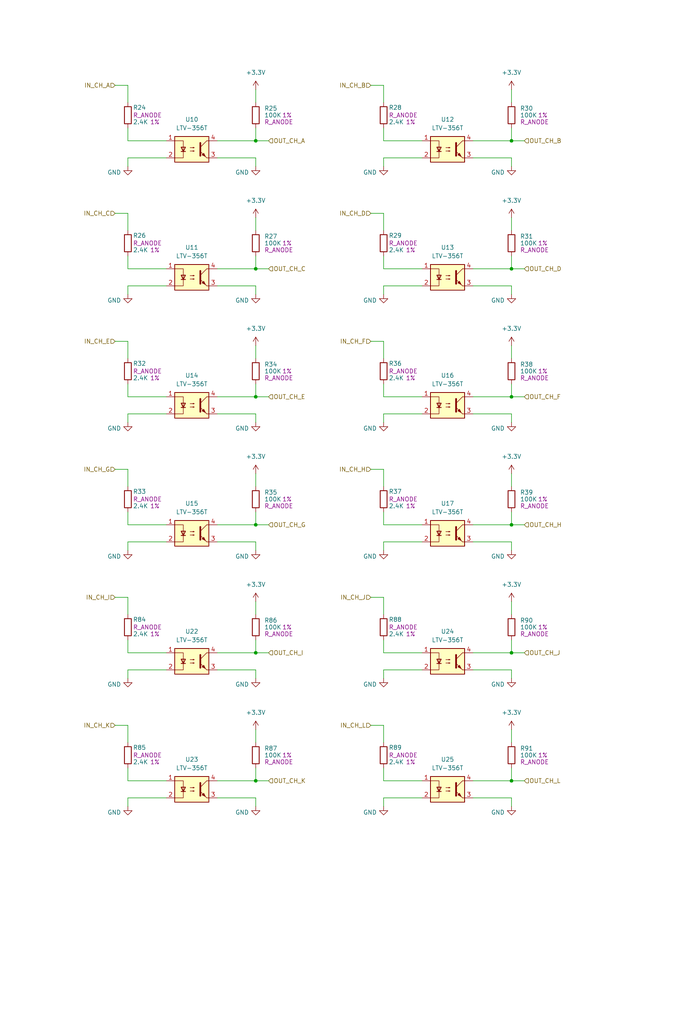
<source format=kicad_sch>
(kicad_sch (version 20231120) (generator "eeschema") (generator_version "8.0")
  (paper "User" 203.2 304.8)
  (title_block (title "klipper-switch, opto-isolators") (rev "V 1.0"))
  (lib_symbols
    (symbol "klipper-switch:LTV-356T" (pin_names (offset 1.016))
      (property "Reference" "U10" (at -5.08 6.604 0))
      (property "Value" "LTV-356T" (at 2.286 6.604 0))
      (symbol "LTV-356T_0_1"
        (rectangle (start -5.08 3.81) (end 5.08 -3.81) (stroke (width 0.254)) (fill (type background)))
        (polyline (pts (xy -3.175 -0.635) (xy -1.905 -0.635)) (stroke (width 0.254)))
        (polyline (pts (xy 2.54 0.635) (xy 4.445 2.54)))
        (polyline (pts (xy 4.445 -2.54) (xy 2.54 -0.635)) (fill (type outline)))
        (polyline (pts (xy 4.445 -2.54) (xy 5.08 -2.54)))
        (polyline (pts (xy 4.445 2.54) (xy 5.08 2.54)))
        (polyline (pts (xy -5.08 2.54) (xy -2.54 2.54) (xy -2.54 -0.762)))
        (polyline (pts (xy -2.54 -0.635) (xy -2.54 -2.54) (xy -5.08 -2.54)))
        (polyline (pts (xy 2.54 1.905) (xy 2.54 -1.905) (xy 2.54 -1.905)) (stroke (width 0.508)))
        (polyline (pts (xy -2.54 -0.635) (xy -3.175 0.635) (xy -1.905 0.635) (xy -2.54 -0.635)) (stroke (width 0.254)))
        (polyline (pts (xy -0.508 -0.508) (xy 0.762 -0.508) (xy 0.381 -0.635) (xy 0.381 -0.381) (xy 0.762 -0.508)))
        (polyline (pts (xy -0.508 0.508) (xy 0.762 0.508) (xy 0.381 0.381) (xy 0.381 0.635) (xy 0.762 0.508)))
        (polyline (pts (xy 3.048 -1.651) (xy 3.556 -1.143) (xy 4.064 -2.159) (xy 3.048 -1.651) (xy 3.048 -1.651)) (fill (type outline)))
      )
      (symbol "LTV-356T_1_1"
        (pin passive line (at -7.62 2.54 0) (length 2.54) (name "~") (number "1"))
        (pin passive line (at -7.62 -2.54 0) (length 2.54) (name "~") (number "2"))
        (pin passive line (at 7.62 -2.54 180) (length 2.54) (name "~") (number "3"))
        (pin passive line (at 7.62 2.54 180) (length 2.54) (name "~") (number "4"))
      )
    )
    (symbol "klipper-switch:RC1206FR-07100KL" (pin_numbers hide) (pin_names (offset 0))
      (property "Reference" "R5" (at 2.54 3.8101 0))
      (property "Value" "100K" (at 2.54 1.2701 0))
      (property "Role" "R_ZENDER_LIMIT" (at -2.54 -7.62 90))
      (property "Tolerance" "1%" (at 2.54 -1.016 0))
      (symbol "RC1206FR-07100KL_0_1"
        (rectangle (start -1.016 -2.54) (end 1.016 2.54) (stroke (width 0.254)))
      )
      (symbol "RC1206FR-07100KL_1_1"
        (pin passive line (at 0 3.81 270) (length 1.27) (name "~") (number "1"))
        (pin passive line (at 0 -3.81 90) (length 1.27) (name "~") (number "2"))
      )
    )
    (symbol "klipper-switch:RC1206FR-7W100RL_1" (pin_numbers hide) (pin_names (offset 0))
      (property "Reference" "R1" (at 2.54 3.8101 0))
      (property "Value" "100R" (at 2.54 1.2701 0))
      (property "Role" "R_LED" (at 2.54 -1.2699 0))
      (property "Tolerance" "1%" (at 2.54 -3.8099 0))
      (symbol "RC1206FR-7W100RL_1_0_1"
        (rectangle (start -1.016 -2.54) (end 1.016 2.54) (stroke (width 0.254)))
      )
      (symbol "RC1206FR-7W100RL_1_1_1"
        (pin passive line (at 0 3.81 270) (length 1.27) (name "~") (number "1"))
        (pin passive line (at 0 -3.81 90) (length 1.27) (name "~") (number "2"))
      )
    )
    (symbol "power:+3.3V" (power) (pin_numbers hide) (pin_names (offset 0) hide)
      (property "Value" "+3.3V" (at 0 3.556 0))
      (symbol "+3.3V_0_1"
        (polyline (pts (xy -0.762 1.27) (xy 0 2.54)))
        (polyline (pts (xy 0 0) (xy 0 2.54)))
        (polyline (pts (xy 0 2.54) (xy 0.762 1.27)))
      )
      (symbol "+3.3V_1_1"
        (pin power_in line (at 0 0 90) (length 0) (name "~") (number "1"))
      )
    )
    (symbol "power:GND" (power) (pin_numbers hide) (pin_names (offset 0) hide)
      (property "Value" "GND" (at 0 -3.81 0))
      (symbol "GND_0_1"
        (polyline (pts (xy 0 0) (xy 0 -1.27) (xy 1.27 -1.27) (xy 0 -2.54) (xy -1.27 -1.27) (xy 0 -1.27)))
      )
      (symbol "GND_1_1"
        (pin power_in line (at 0 0 270) (length 0) (name "~") (number "1"))
      )
    )
  )
  (junction (at 76.2 41.91))
  (junction (at 152.4 41.91))
  (junction (at 76.2 232.41))
  (junction (at 76.2 194.31))
  (junction (at 76.2 156.21))
  (junction (at 152.4 194.31))
  (junction (at 152.4 232.41))
  (junction (at 76.2 80.01))
  (junction (at 152.4 80.01))
  (junction (at 152.4 156.21))
  (junction (at 76.2 118.11))
  (junction (at 152.4 118.11))
  (wire (pts (xy 125.73 123.19) (xy 114.3 123.19)))
  (wire (pts (xy 34.29 25.4) (xy 38.1 25.4)))
  (wire (pts (xy 76.2 85.09) (xy 64.77 85.09)))
  (wire (pts (xy 152.4 140.97) (xy 152.4 144.78)))
  (wire (pts (xy 76.2 194.31) (xy 64.77 194.31)))
  (wire (pts (xy 38.1 156.21) (xy 49.53 156.21)))
  (wire (pts (xy 114.3 63.5) (xy 114.3 68.58)))
  (wire (pts (xy 110.49 177.8) (xy 114.3 177.8)))
  (wire (pts (xy 76.2 49.53) (xy 76.2 46.99)))
  (wire (pts (xy 152.4 237.49) (xy 140.97 237.49)))
  (wire (pts (xy 38.1 38.1) (xy 38.1 41.91)))
  (wire (pts (xy 76.2 201.93) (xy 76.2 199.39)))
  (wire (pts (xy 152.4 201.93) (xy 152.4 199.39)))
  (wire (pts (xy 76.2 156.21) (xy 64.77 156.21)))
  (wire (pts (xy 152.4 26.67) (xy 152.4 30.48)))
  (wire (pts (xy 49.53 237.49) (xy 38.1 237.49)))
  (wire (pts (xy 34.29 139.7) (xy 38.1 139.7)))
  (wire (pts (xy 76.2 26.67) (xy 76.2 30.48)))
  (wire (pts (xy 38.1 85.09) (xy 38.1 87.63)))
  (wire (pts (xy 76.2 156.21) (xy 80.01 156.21)))
  (wire (pts (xy 152.4 118.11) (xy 156.21 118.11)))
  (wire (pts (xy 110.49 215.9) (xy 114.3 215.9)))
  (wire (pts (xy 152.4 152.4) (xy 152.4 156.21)))
  (wire (pts (xy 152.4 228.6) (xy 152.4 232.41)))
  (wire (pts (xy 76.2 163.83) (xy 76.2 161.29)))
  (wire (pts (xy 38.1 118.11) (xy 49.53 118.11)))
  (wire (pts (xy 76.2 161.29) (xy 64.77 161.29)))
  (wire (pts (xy 152.4 194.31) (xy 140.97 194.31)))
  (wire (pts (xy 38.1 41.91) (xy 49.53 41.91)))
  (wire (pts (xy 76.2 38.1) (xy 76.2 41.91)))
  (wire (pts (xy 152.4 179.07) (xy 152.4 182.88)))
  (wire (pts (xy 38.1 76.2) (xy 38.1 80.01)))
  (wire (pts (xy 110.49 25.4) (xy 114.3 25.4)))
  (wire (pts (xy 152.4 41.91) (xy 156.21 41.91)))
  (wire (pts (xy 152.4 156.21) (xy 140.97 156.21)))
  (wire (pts (xy 38.1 177.8) (xy 38.1 182.88)))
  (wire (pts (xy 38.1 232.41) (xy 49.53 232.41)))
  (wire (pts (xy 125.73 199.39) (xy 114.3 199.39)))
  (wire (pts (xy 38.1 194.31) (xy 49.53 194.31)))
  (wire (pts (xy 76.2 123.19) (xy 64.77 123.19)))
  (wire (pts (xy 152.4 76.2) (xy 152.4 80.01)))
  (wire (pts (xy 152.4 194.31) (xy 156.21 194.31)))
  (wire (pts (xy 76.2 46.99) (xy 64.77 46.99)))
  (wire (pts (xy 76.2 41.91) (xy 80.01 41.91)))
  (wire (pts (xy 114.3 161.29) (xy 114.3 163.83)))
  (wire (pts (xy 152.4 199.39) (xy 140.97 199.39)))
  (wire (pts (xy 76.2 232.41) (xy 64.77 232.41)))
  (wire (pts (xy 152.4 87.63) (xy 152.4 85.09)))
  (wire (pts (xy 76.2 240.03) (xy 76.2 237.49)))
  (wire (pts (xy 152.4 163.83) (xy 152.4 161.29)))
  (wire (pts (xy 125.73 237.49) (xy 114.3 237.49)))
  (wire (pts (xy 114.3 232.41) (xy 125.73 232.41)))
  (wire (pts (xy 114.3 123.19) (xy 114.3 125.73)))
  (wire (pts (xy 114.3 139.7) (xy 114.3 144.78)))
  (wire (pts (xy 38.1 190.5) (xy 38.1 194.31)))
  (wire (pts (xy 114.3 199.39) (xy 114.3 201.93)))
  (wire (pts (xy 114.3 38.1) (xy 114.3 41.91)))
  (wire (pts (xy 152.4 123.19) (xy 140.97 123.19)))
  (wire (pts (xy 125.73 85.09) (xy 114.3 85.09)))
  (wire (pts (xy 34.29 215.9) (xy 38.1 215.9)))
  (wire (pts (xy 76.2 140.97) (xy 76.2 144.78)))
  (wire (pts (xy 76.2 87.63) (xy 76.2 85.09)))
  (wire (pts (xy 76.2 179.07) (xy 76.2 182.88)))
  (wire (pts (xy 114.3 190.5) (xy 114.3 194.31)))
  (wire (pts (xy 152.4 49.53) (xy 152.4 46.99)))
  (wire (pts (xy 38.1 228.6) (xy 38.1 232.41)))
  (wire (pts (xy 76.2 102.87) (xy 76.2 106.68)))
  (wire (pts (xy 76.2 237.49) (xy 64.77 237.49)))
  (wire (pts (xy 49.53 85.09) (xy 38.1 85.09)))
  (wire (pts (xy 152.4 232.41) (xy 156.21 232.41)))
  (wire (pts (xy 76.2 118.11) (xy 64.77 118.11)))
  (wire (pts (xy 76.2 41.91) (xy 64.77 41.91)))
  (wire (pts (xy 34.29 63.5) (xy 38.1 63.5)))
  (wire (pts (xy 114.3 237.49) (xy 114.3 240.03)))
  (wire (pts (xy 38.1 139.7) (xy 38.1 144.78)))
  (wire (pts (xy 114.3 177.8) (xy 114.3 182.88)))
  (wire (pts (xy 76.2 118.11) (xy 80.01 118.11)))
  (wire (pts (xy 114.3 25.4) (xy 114.3 30.48)))
  (wire (pts (xy 152.4 85.09) (xy 140.97 85.09)))
  (wire (pts (xy 76.2 194.31) (xy 80.01 194.31)))
  (wire (pts (xy 38.1 80.01) (xy 49.53 80.01)))
  (wire (pts (xy 152.4 102.87) (xy 152.4 106.68)))
  (wire (pts (xy 110.49 63.5) (xy 114.3 63.5)))
  (wire (pts (xy 38.1 215.9) (xy 38.1 220.98)))
  (wire (pts (xy 38.1 237.49) (xy 38.1 240.03)))
  (wire (pts (xy 38.1 123.19) (xy 38.1 125.73)))
  (wire (pts (xy 38.1 152.4) (xy 38.1 156.21)))
  (wire (pts (xy 110.49 101.6) (xy 114.3 101.6)))
  (wire (pts (xy 34.29 101.6) (xy 38.1 101.6)))
  (wire (pts (xy 76.2 80.01) (xy 64.77 80.01)))
  (wire (pts (xy 152.4 217.17) (xy 152.4 220.98)))
  (wire (pts (xy 152.4 125.73) (xy 152.4 123.19)))
  (wire (pts (xy 114.3 41.91) (xy 125.73 41.91)))
  (wire (pts (xy 38.1 101.6) (xy 38.1 106.68)))
  (wire (pts (xy 114.3 215.9) (xy 114.3 220.98)))
  (wire (pts (xy 76.2 199.39) (xy 64.77 199.39)))
  (wire (pts (xy 76.2 76.2) (xy 76.2 80.01)))
  (wire (pts (xy 38.1 25.4) (xy 38.1 30.48)))
  (wire (pts (xy 38.1 63.5) (xy 38.1 68.58)))
  (wire (pts (xy 152.4 80.01) (xy 156.21 80.01)))
  (wire (pts (xy 38.1 46.99) (xy 38.1 49.53)))
  (wire (pts (xy 152.4 156.21) (xy 156.21 156.21)))
  (wire (pts (xy 114.3 46.99) (xy 114.3 49.53)))
  (wire (pts (xy 49.53 123.19) (xy 38.1 123.19)))
  (wire (pts (xy 76.2 64.77) (xy 76.2 68.58)))
  (wire (pts (xy 38.1 199.39) (xy 38.1 201.93)))
  (wire (pts (xy 114.3 76.2) (xy 114.3 80.01)))
  (wire (pts (xy 152.4 46.99) (xy 140.97 46.99)))
  (wire (pts (xy 152.4 114.3) (xy 152.4 118.11)))
  (wire (pts (xy 49.53 46.99) (xy 38.1 46.99)))
  (wire (pts (xy 125.73 161.29) (xy 114.3 161.29)))
  (wire (pts (xy 110.49 139.7) (xy 114.3 139.7)))
  (wire (pts (xy 76.2 228.6) (xy 76.2 232.41)))
  (wire (pts (xy 76.2 80.01) (xy 80.01 80.01)))
  (wire (pts (xy 152.4 118.11) (xy 140.97 118.11)))
  (wire (pts (xy 152.4 190.5) (xy 152.4 194.31)))
  (wire (pts (xy 114.3 101.6) (xy 114.3 106.68)))
  (wire (pts (xy 114.3 114.3) (xy 114.3 118.11)))
  (wire (pts (xy 152.4 80.01) (xy 140.97 80.01)))
  (wire (pts (xy 114.3 152.4) (xy 114.3 156.21)))
  (wire (pts (xy 114.3 194.31) (xy 125.73 194.31)))
  (wire (pts (xy 152.4 232.41) (xy 140.97 232.41)))
  (wire (pts (xy 38.1 114.3) (xy 38.1 118.11)))
  (wire (pts (xy 76.2 217.17) (xy 76.2 220.98)))
  (wire (pts (xy 152.4 240.03) (xy 152.4 237.49)))
  (wire (pts (xy 76.2 125.73) (xy 76.2 123.19)))
  (wire (pts (xy 114.3 85.09) (xy 114.3 87.63)))
  (wire (pts (xy 152.4 41.91) (xy 140.97 41.91)))
  (wire (pts (xy 152.4 64.77) (xy 152.4 68.58)))
  (wire (pts (xy 114.3 228.6) (xy 114.3 232.41)))
  (wire (pts (xy 38.1 161.29) (xy 38.1 163.83)))
  (wire (pts (xy 34.29 177.8) (xy 38.1 177.8)))
  (wire (pts (xy 49.53 199.39) (xy 38.1 199.39)))
  (wire (pts (xy 125.73 46.99) (xy 114.3 46.99)))
  (wire (pts (xy 76.2 232.41) (xy 80.01 232.41)))
  (wire (pts (xy 76.2 190.5) (xy 76.2 194.31)))
  (wire (pts (xy 114.3 156.21) (xy 125.73 156.21)))
  (wire (pts (xy 152.4 161.29) (xy 140.97 161.29)))
  (wire (pts (xy 76.2 152.4) (xy 76.2 156.21)))
  (wire (pts (xy 49.53 161.29) (xy 38.1 161.29)))
  (wire (pts (xy 152.4 38.1) (xy 152.4 41.91)))
  (wire (pts (xy 114.3 118.11) (xy 125.73 118.11)))
  (wire (pts (xy 114.3 80.01) (xy 125.73 80.01)))
  (wire (pts (xy 76.2 114.3) (xy 76.2 118.11)))
  (hierarchical_label "IN_CH_L" (shape input) (at 110.49 215.9 180))
  (hierarchical_label "IN_CH_E" (shape input) (at 34.29 101.6 180))
  (hierarchical_label "IN_CH_A" (shape input) (at 34.29 25.4 180))
  (hierarchical_label "OUT_CH_K" (shape input) (at 80.01 232.41 0))
  (hierarchical_label "OUT_CH_L" (shape input) (at 156.21 232.41 0))
  (hierarchical_label "OUT_CH_C" (shape input) (at 80.01 80.01 0))
  (hierarchical_label "OUT_CH_E" (shape input) (at 80.01 118.11 0))
  (hierarchical_label "IN_CH_C" (shape input) (at 34.29 63.5 180))
  (hierarchical_label "OUT_CH_B" (shape input) (at 156.21 41.91 0))
  (hierarchical_label "IN_CH_B" (shape input) (at 110.49 25.4 180))
  (hierarchical_label "OUT_CH_J" (shape input) (at 156.21 194.31 0))
  (hierarchical_label "OUT_CH_G" (shape input) (at 80.01 156.21 0))
  (hierarchical_label "IN_CH_F" (shape input) (at 110.49 101.6 180))
  (hierarchical_label "OUT_CH_H" (shape input) (at 156.21 156.21 0))
  (hierarchical_label "IN_CH_H" (shape input) (at 110.49 139.7 180))
  (hierarchical_label "IN_CH_I" (shape input) (at 34.29 177.8 180))
  (hierarchical_label "OUT_CH_D" (shape input) (at 156.21 80.01 0))
  (hierarchical_label "OUT_CH_F" (shape input) (at 156.21 118.11 0))
  (hierarchical_label "IN_CH_D" (shape input) (at 110.49 63.5 180))
  (hierarchical_label "OUT_CH_I" (shape input) (at 80.01 194.31 0))
  (hierarchical_label "IN_CH_K" (shape input) (at 34.29 215.9 180))
  (hierarchical_label "IN_CH_G" (shape input) (at 34.29 139.7 180))
  (hierarchical_label "IN_CH_J" (shape input) (at 110.49 177.8 180))
  (hierarchical_label "OUT_CH_A" (shape input) (at 80.01 41.91 0))
  (symbol (lib_id "klipper-switch:LTV-356T") (at 133.35 44.45 0) (unit 1)
    (property "Reference" "U12" (at 133.35 35.56 0))
    (property "Value" "LTV-356T" (at 133.35 38.1 0))
    (property "Footprint" "Package_SO:SO-4_4.4x3.6mm_P2.54mm" (effects (hide yes)))
    (property "Datasheet" "https://optoelectronics.liteon.com/upload/download/DS70-2001-010/LTV-356T%20series%20Rev.P.PDF" (effects (hide yes)))
    (property "Description" "Optoisolator Transistor Output 3750Vrms 1 Channel 4-SOP" (effects (hide yes)))
    (property "Manufacturer#" "160-1337-1-ND" (effects (hide yes)))
    (property "Supplier#" "160-1337-1-ND" (effects (hide yes)))
    (property "Role" "ISOLATION_" (effects (hide yes)))
    (property "Manufacturer" "Lite-On Inc." (effects (hide yes)))
    (property "Supplier" "Lite-On Inc." (effects (hide yes)))
  )
  (symbol (lib_id "power:+3.3V") (at 152.4 217.17 0) (unit 1)
    (property "Reference" "#PWR0192" (effects (hide yes)))
    (property "Value" "+3.3V" (at 152.4 212.09 0))
    (property "Description" "Power symbol creates a global label with name \"+3.3V\"" (effects (hide yes)))
  )
  (symbol (lib_id "klipper-switch:RC1206FR-7W100RL_1") (at 114.3 72.39 0) (unit 1)
    (property "Reference" "R29" (at 115.824 70.104 0) (effects (justify left)))
    (property "Value" "2.4K" (at 115.824 74.422 0) (effects (justify left)))
    (property "Footprint" "Resistor_SMD:R_1206_3216Metric" (effects (hide yes)))
    (property "Datasheet" "https://www.yageo.com/upload/media/product/products/datasheet/rchip/PYu-RC_Group_51_RoHS_L_12.pdf" (effects (hide yes)))
    (property "Supplier" "Digikey Electronics, Inc." (effects (hide yes)))
    (property "Role" "R_ANODE" (at 115.824 72.39 0) (effects (justify left)))
    (property "Manufacturer" "YAGEO" (effects (hide yes)))
    (property "Series" "RC_L" (effects (hide yes)))
    (property "Tolerance" "1%" (at 120.904 74.422 0) (effects (justify left)))
  )
  (symbol (lib_id "klipper-switch:RC1206FR-07100KL") (at 76.2 224.79 180) (unit 1)
    (property "Reference" "R87" (at 78.74 222.758 0) (effects (justify right)))
    (property "Value" "100K" (at 78.74 224.79 0) (effects (justify right)))
    (property "Footprint" "Resistor_SMD:R_1206_3216Metric" (effects (hide yes)))
    (property "Datasheet" "https://www.yageo.com/upload/media/product/products/datasheet/rchip/PYu-RC_Group_51_RoHS_L_12.pdf" (effects (hide yes)))
    (property "Description" "100 kOhms ±1% 0.25W, 1/4W Chip Resistor 1206 (3216 Metric) Moisture Resistant Thick Film" (effects (hide yes)))
    (property "Supplier#" "311-100KFRCT-ND" (effects (hide yes)))
    (property "Supplier" "Digikey Electronics, Inc." (effects (hide yes)))
    (property "Role" "R_ANODE" (at 78.74 226.8221 0) (effects (justify right)))
    (property "Manufacturer#" "RC1206FR-07100KL" (effects (hide yes)))
    (property "Manufacturer" "YAGEO" (effects (hide yes)))
    (property "Series" "RC_L" (effects (hide yes)))
    (property "Tolerance" "1%" (at 84.074 224.7901 0) (effects (justify right)))
  )
  (symbol (lib_id "klipper-switch:LTV-356T") (at 57.15 44.45 0) (unit 1)
    (property "Reference" "U10" (at 57.15 35.56 0))
    (property "Value" "LTV-356T" (at 57.15 38.1 0))
    (property "Footprint" "Package_SO:SO-4_4.4x3.6mm_P2.54mm" (effects (hide yes)))
    (property "Datasheet" "https://optoelectronics.liteon.com/upload/download/DS70-2001-010/LTV-356T%20series%20Rev.P.PDF" (effects (hide yes)))
    (property "Description" "Optoisolator Transistor Output 3750Vrms 1 Channel 4-SOP" (effects (hide yes)))
    (property "Manufacturer#" "160-1337-1-ND" (effects (hide yes)))
    (property "Supplier#" "160-1337-1-ND" (effects (hide yes)))
    (property "Role" "ISOLATION_" (effects (hide yes)))
    (property "Manufacturer" "Lite-On Inc." (effects (hide yes)))
    (property "Supplier" "Lite-On Inc." (effects (hide yes)))
  )
  (symbol (lib_id "power:GND") (at 38.1 125.73 0) (unit 1)
    (property "Reference" "#PWR0102" (effects (hide yes)))
    (property "Value" "GND" (at 34.036 127.508 0))
    (property "Description" "Power symbol creates a global label with name \"GND\" , ground" (effects (hide yes)))
  )
  (symbol (lib_id "power:+3.3V") (at 152.4 140.97 0) (unit 1)
    (property "Reference" "#PWR0112" (effects (hide yes)))
    (property "Value" "+3.3V" (at 152.4 135.89 0))
    (property "Description" "Power symbol creates a global label with name \"+3.3V\"" (effects (hide yes)))
  )
  (symbol (lib_id "klipper-switch:LTV-356T") (at 133.35 82.55 0) (unit 1)
    (property "Reference" "U13" (at 133.35 73.66 0))
    (property "Value" "LTV-356T" (at 133.35 76.2 0))
    (property "Footprint" "Package_SO:SO-4_4.4x3.6mm_P2.54mm" (effects (hide yes)))
    (property "Datasheet" "https://optoelectronics.liteon.com/upload/download/DS70-2001-010/LTV-356T%20series%20Rev.P.PDF" (effects (hide yes)))
    (property "Description" "Optoisolator Transistor Output 3750Vrms 1 Channel 4-SOP" (effects (hide yes)))
    (property "Manufacturer#" "160-1337-1-ND" (effects (hide yes)))
    (property "Supplier#" "160-1337-1-ND" (effects (hide yes)))
    (property "Role" "ISOLATION_" (effects (hide yes)))
    (property "Manufacturer" "Lite-On Inc." (effects (hide yes)))
    (property "Supplier" "Lite-On Inc." (effects (hide yes)))
  )
  (symbol (lib_id "power:GND") (at 152.4 240.03 0) (unit 1)
    (property "Reference" "#PWR0193" (effects (hide yes)))
    (property "Value" "GND" (at 148.336 241.808 0))
    (property "Description" "Power symbol creates a global label with name \"GND\" , ground" (effects (hide yes)))
  )
  (symbol (lib_id "power:GND") (at 76.2 201.93 0) (unit 1)
    (property "Reference" "#PWR0185" (effects (hide yes)))
    (property "Value" "GND" (at 72.136 203.708 0))
    (property "Description" "Power symbol creates a global label with name \"GND\" , ground" (effects (hide yes)))
  )
  (symbol (lib_id "klipper-switch:LTV-356T") (at 133.35 196.85 0) (unit 1)
    (property "Reference" "U24" (at 133.35 187.96 0))
    (property "Value" "LTV-356T" (at 133.35 190.5 0))
    (property "Footprint" "Package_SO:SO-4_4.4x3.6mm_P2.54mm" (effects (hide yes)))
    (property "Datasheet" "https://optoelectronics.liteon.com/upload/download/DS70-2001-010/LTV-356T%20series%20Rev.P.PDF" (effects (hide yes)))
    (property "Description" "Optoisolator Transistor Output 3750Vrms 1 Channel 4-SOP" (effects (hide yes)))
    (property "Manufacturer#" "160-1337-1-ND" (effects (hide yes)))
    (property "Supplier#" "160-1337-1-ND" (effects (hide yes)))
    (property "Role" "ISOLATION_" (effects (hide yes)))
    (property "Manufacturer" "Lite-On Inc." (effects (hide yes)))
    (property "Supplier" "Lite-On Inc." (effects (hide yes)))
  )
  (symbol (lib_id "klipper-switch:RC1206FR-07100KL") (at 76.2 110.49 180) (unit 1)
    (property "Reference" "R34" (at 78.74 108.458 0) (effects (justify right)))
    (property "Value" "100K" (at 78.74 110.49 0) (effects (justify right)))
    (property "Footprint" "Resistor_SMD:R_1206_3216Metric" (effects (hide yes)))
    (property "Datasheet" "https://www.yageo.com/upload/media/product/products/datasheet/rchip/PYu-RC_Group_51_RoHS_L_12.pdf" (effects (hide yes)))
    (property "Description" "100 kOhms ±1% 0.25W, 1/4W Chip Resistor 1206 (3216 Metric) Moisture Resistant Thick Film" (effects (hide yes)))
    (property "Supplier#" "311-100KFRCT-ND" (effects (hide yes)))
    (property "Supplier" "Digikey Electronics, Inc." (effects (hide yes)))
    (property "Role" "R_ANODE" (at 78.74 112.5221 0) (effects (justify right)))
    (property "Manufacturer#" "RC1206FR-07100KL" (effects (hide yes)))
    (property "Manufacturer" "YAGEO" (effects (hide yes)))
    (property "Series" "RC_L" (effects (hide yes)))
    (property "Tolerance" "1%" (at 84.074 110.4901 0) (effects (justify right)))
  )
  (symbol (lib_id "power:GND") (at 114.3 125.73 0) (unit 1)
    (property "Reference" "#PWR0108" (effects (hide yes)))
    (property "Value" "GND" (at 110.236 127.508 0))
    (property "Description" "Power symbol creates a global label with name \"GND\" , ground" (effects (hide yes)))
  )
  (symbol (lib_id "klipper-switch:LTV-356T") (at 133.35 120.65 0) (unit 1)
    (property "Reference" "U16" (at 133.35 111.76 0))
    (property "Value" "LTV-356T" (at 133.35 114.3 0))
    (property "Footprint" "Package_SO:SO-4_4.4x3.6mm_P2.54mm" (effects (hide yes)))
    (property "Datasheet" "https://optoelectronics.liteon.com/upload/download/DS70-2001-010/LTV-356T%20series%20Rev.P.PDF" (effects (hide yes)))
    (property "Description" "Optoisolator Transistor Output 3750Vrms 1 Channel 4-SOP" (effects (hide yes)))
    (property "Manufacturer#" "160-1337-1-ND" (effects (hide yes)))
    (property "Supplier#" "160-1337-1-ND" (effects (hide yes)))
    (property "Role" "ISOLATION_" (effects (hide yes)))
    (property "Manufacturer" "Lite-On Inc." (effects (hide yes)))
    (property "Supplier" "Lite-On Inc." (effects (hide yes)))
  )
  (symbol (lib_id "power:GND") (at 38.1 240.03 0) (unit 1)
    (property "Reference" "#PWR0183" (effects (hide yes)))
    (property "Value" "GND" (at 34.036 241.808 0))
    (property "Description" "Power symbol creates a global label with name \"GND\" , ground" (effects (hide yes)))
  )
  (symbol (lib_id "klipper-switch:LTV-356T") (at 57.15 120.65 0) (unit 1)
    (property "Reference" "U14" (at 57.15 111.76 0))
    (property "Value" "LTV-356T" (at 57.15 114.3 0))
    (property "Footprint" "Package_SO:SO-4_4.4x3.6mm_P2.54mm" (effects (hide yes)))
    (property "Datasheet" "https://optoelectronics.liteon.com/upload/download/DS70-2001-010/LTV-356T%20series%20Rev.P.PDF" (effects (hide yes)))
    (property "Description" "Optoisolator Transistor Output 3750Vrms 1 Channel 4-SOP" (effects (hide yes)))
    (property "Manufacturer#" "160-1337-1-ND" (effects (hide yes)))
    (property "Supplier#" "160-1337-1-ND" (effects (hide yes)))
    (property "Role" "ISOLATION_" (effects (hide yes)))
    (property "Manufacturer" "Lite-On Inc." (effects (hide yes)))
    (property "Supplier" "Lite-On Inc." (effects (hide yes)))
  )
  (symbol (lib_id "klipper-switch:LTV-356T") (at 133.35 234.95 0) (unit 1)
    (property "Reference" "U25" (at 133.35 226.06 0))
    (property "Value" "LTV-356T" (at 133.35 228.6 0))
    (property "Footprint" "Package_SO:SO-4_4.4x3.6mm_P2.54mm" (effects (hide yes)))
    (property "Datasheet" "https://optoelectronics.liteon.com/upload/download/DS70-2001-010/LTV-356T%20series%20Rev.P.PDF" (effects (hide yes)))
    (property "Description" "Optoisolator Transistor Output 3750Vrms 1 Channel 4-SOP" (effects (hide yes)))
    (property "Manufacturer#" "160-1337-1-ND" (effects (hide yes)))
    (property "Supplier#" "160-1337-1-ND" (effects (hide yes)))
    (property "Role" "ISOLATION_" (effects (hide yes)))
    (property "Manufacturer" "Lite-On Inc." (effects (hide yes)))
    (property "Supplier" "Lite-On Inc." (effects (hide yes)))
  )
  (symbol (lib_id "power:GND") (at 114.3 87.63 0) (unit 1)
    (property "Reference" "#PWR097" (effects (hide yes)))
    (property "Value" "GND" (at 110.236 89.408 0))
    (property "Description" "Power symbol creates a global label with name \"GND\" , ground" (effects (hide yes)))
  )
  (symbol (lib_id "klipper-switch:RC1206FR-7W100RL_1") (at 38.1 224.79 0) (unit 1)
    (property "Reference" "R85" (at 39.624 222.504 0) (effects (justify left)))
    (property "Value" "2.4K" (at 39.624 226.822 0) (effects (justify left)))
    (property "Footprint" "Resistor_SMD:R_1206_3216Metric" (effects (hide yes)))
    (property "Datasheet" "https://www.yageo.com/upload/media/product/products/datasheet/rchip/PYu-RC_Group_51_RoHS_L_12.pdf" (effects (hide yes)))
    (property "Supplier" "Digikey Electronics, Inc." (effects (hide yes)))
    (property "Role" "R_ANODE" (at 39.624 224.79 0) (effects (justify left)))
    (property "Manufacturer" "YAGEO" (effects (hide yes)))
    (property "Series" "RC_L" (effects (hide yes)))
    (property "Tolerance" "1%" (at 44.704 226.822 0) (effects (justify left)))
  )
  (symbol (lib_id "power:GND") (at 152.4 49.53 0) (unit 1)
    (property "Reference" "#PWR099" (effects (hide yes)))
    (property "Value" "GND" (at 148.336 51.308 0))
    (property "Description" "Power symbol creates a global label with name \"GND\" , ground" (effects (hide yes)))
  )
  (symbol (lib_id "power:+3.3V") (at 76.2 102.87 0) (unit 1)
    (property "Reference" "#PWR0104" (effects (hide yes)))
    (property "Value" "+3.3V" (at 76.2 97.79 0))
    (property "Description" "Power symbol creates a global label with name \"+3.3V\"" (effects (hide yes)))
  )
  (symbol (lib_id "klipper-switch:LTV-356T") (at 57.15 196.85 0) (unit 1)
    (property "Reference" "U22" (at 57.15 187.96 0))
    (property "Value" "LTV-356T" (at 57.15 190.5 0))
    (property "Footprint" "Package_SO:SO-4_4.4x3.6mm_P2.54mm" (effects (hide yes)))
    (property "Datasheet" "https://optoelectronics.liteon.com/upload/download/DS70-2001-010/LTV-356T%20series%20Rev.P.PDF" (effects (hide yes)))
    (property "Description" "Optoisolator Transistor Output 3750Vrms 1 Channel 4-SOP" (effects (hide yes)))
    (property "Manufacturer#" "160-1337-1-ND" (effects (hide yes)))
    (property "Supplier#" "160-1337-1-ND" (effects (hide yes)))
    (property "Role" "ISOLATION_" (effects (hide yes)))
    (property "Manufacturer" "Lite-On Inc." (effects (hide yes)))
    (property "Supplier" "Lite-On Inc." (effects (hide yes)))
  )
  (symbol (lib_id "power:+3.3V") (at 76.2 179.07 0) (unit 1)
    (property "Reference" "#PWR0184" (effects (hide yes)))
    (property "Value" "+3.3V" (at 76.2 173.99 0))
    (property "Description" "Power symbol creates a global label with name \"+3.3V\"" (effects (hide yes)))
  )
  (symbol (lib_id "klipper-switch:RC1206FR-07100KL") (at 152.4 72.39 180) (unit 1)
    (property "Reference" "R31" (at 154.94 70.358 0) (effects (justify right)))
    (property "Value" "100K" (at 154.94 72.39 0) (effects (justify right)))
    (property "Footprint" "Resistor_SMD:R_1206_3216Metric" (effects (hide yes)))
    (property "Datasheet" "https://www.yageo.com/upload/media/product/products/datasheet/rchip/PYu-RC_Group_51_RoHS_L_12.pdf" (effects (hide yes)))
    (property "Description" "100 kOhms ±1% 0.25W, 1/4W Chip Resistor 1206 (3216 Metric) Moisture Resistant Thick Film" (effects (hide yes)))
    (property "Supplier#" "311-100KFRCT-ND" (effects (hide yes)))
    (property "Supplier" "Digikey Electronics, Inc." (effects (hide yes)))
    (property "Role" "R_ANODE" (at 154.94 74.4221 0) (effects (justify right)))
    (property "Manufacturer#" "RC1206FR-07100KL" (effects (hide yes)))
    (property "Manufacturer" "YAGEO" (effects (hide yes)))
    (property "Series" "RC_L" (effects (hide yes)))
    (property "Tolerance" "1%" (at 160.274 72.3901 0) (effects (justify right)))
  )
  (symbol (lib_id "klipper-switch:RC1206FR-7W100RL_1") (at 114.3 186.69 0) (unit 1)
    (property "Reference" "R88" (at 115.824 184.404 0) (effects (justify left)))
    (property "Value" "2.4K" (at 115.824 188.722 0) (effects (justify left)))
    (property "Footprint" "Resistor_SMD:R_1206_3216Metric" (effects (hide yes)))
    (property "Datasheet" "https://www.yageo.com/upload/media/product/products/datasheet/rchip/PYu-RC_Group_51_RoHS_L_12.pdf" (effects (hide yes)))
    (property "Supplier" "Digikey Electronics, Inc." (effects (hide yes)))
    (property "Role" "R_ANODE" (at 115.824 186.69 0) (effects (justify left)))
    (property "Manufacturer" "YAGEO" (effects (hide yes)))
    (property "Series" "RC_L" (effects (hide yes)))
    (property "Tolerance" "1%" (at 120.904 188.722 0) (effects (justify left)))
  )
  (symbol (lib_id "power:GND") (at 114.3 240.03 0) (unit 1)
    (property "Reference" "#PWR0189" (effects (hide yes)))
    (property "Value" "GND" (at 110.236 241.808 0))
    (property "Description" "Power symbol creates a global label with name \"GND\" , ground" (effects (hide yes)))
  )
  (symbol (lib_id "power:GND") (at 114.3 201.93 0) (unit 1)
    (property "Reference" "#PWR0188" (effects (hide yes)))
    (property "Value" "GND" (at 110.236 203.708 0))
    (property "Description" "Power symbol creates a global label with name \"GND\" , ground" (effects (hide yes)))
  )
  (symbol (lib_id "power:GND") (at 38.1 201.93 0) (unit 1)
    (property "Reference" "#PWR0182" (effects (hide yes)))
    (property "Value" "GND" (at 34.036 203.708 0))
    (property "Description" "Power symbol creates a global label with name \"GND\" , ground" (effects (hide yes)))
  )
  (symbol (lib_id "power:+3.3V") (at 76.2 217.17 0) (unit 1)
    (property "Reference" "#PWR0186" (effects (hide yes)))
    (property "Value" "+3.3V" (at 76.2 212.09 0))
    (property "Description" "Power symbol creates a global label with name \"+3.3V\"" (effects (hide yes)))
  )
  (symbol (lib_id "klipper-switch:RC1206FR-07100KL") (at 76.2 72.39 180) (unit 1)
    (property "Reference" "R27" (at 78.74 70.358 0) (effects (justify right)))
    (property "Value" "100K" (at 78.74 72.39 0) (effects (justify right)))
    (property "Footprint" "Resistor_SMD:R_1206_3216Metric" (effects (hide yes)))
    (property "Datasheet" "https://www.yageo.com/upload/media/product/products/datasheet/rchip/PYu-RC_Group_51_RoHS_L_12.pdf" (effects (hide yes)))
    (property "Description" "100 kOhms ±1% 0.25W, 1/4W Chip Resistor 1206 (3216 Metric) Moisture Resistant Thick Film" (effects (hide yes)))
    (property "Supplier#" "311-100KFRCT-ND" (effects (hide yes)))
    (property "Supplier" "Digikey Electronics, Inc." (effects (hide yes)))
    (property "Role" "R_ANODE" (at 78.74 74.4221 0) (effects (justify right)))
    (property "Manufacturer#" "RC1206FR-07100KL" (effects (hide yes)))
    (property "Manufacturer" "YAGEO" (effects (hide yes)))
    (property "Series" "RC_L" (effects (hide yes)))
    (property "Tolerance" "1%" (at 84.074 72.3901 0) (effects (justify right)))
  )
  (symbol (lib_id "klipper-switch:RC1206FR-7W100RL_1") (at 38.1 34.29 0) (unit 1)
    (property "Reference" "R24" (at 39.624 32.004 0) (effects (justify left)))
    (property "Value" "2.4K" (at 39.624 36.322 0) (effects (justify left)))
    (property "Footprint" "Resistor_SMD:R_1206_3216Metric" (effects (hide yes)))
    (property "Datasheet" "https://www.yageo.com/upload/media/product/products/datasheet/rchip/PYu-RC_Group_51_RoHS_L_12.pdf" (effects (hide yes)))
    (property "Supplier" "Digikey Electronics, Inc." (effects (hide yes)))
    (property "Role" "R_ANODE" (at 39.624 34.29 0) (effects (justify left)))
    (property "Manufacturer" "YAGEO" (effects (hide yes)))
    (property "Series" "RC_L" (effects (hide yes)))
    (property "Tolerance" "1%" (at 44.704 36.322 0) (effects (justify left)))
  )
  (symbol (lib_id "klipper-switch:LTV-356T") (at 133.35 158.75 0) (unit 1)
    (property "Reference" "U17" (at 133.35 149.86 0))
    (property "Value" "LTV-356T" (at 133.35 152.4 0))
    (property "Footprint" "Package_SO:SO-4_4.4x3.6mm_P2.54mm" (effects (hide yes)))
    (property "Datasheet" "https://optoelectronics.liteon.com/upload/download/DS70-2001-010/LTV-356T%20series%20Rev.P.PDF" (effects (hide yes)))
    (property "Description" "Optoisolator Transistor Output 3750Vrms 1 Channel 4-SOP" (effects (hide yes)))
    (property "Manufacturer#" "160-1337-1-ND" (effects (hide yes)))
    (property "Supplier#" "160-1337-1-ND" (effects (hide yes)))
    (property "Role" "ISOLATION_" (effects (hide yes)))
    (property "Manufacturer" "Lite-On Inc." (effects (hide yes)))
    (property "Supplier" "Lite-On Inc." (effects (hide yes)))
  )
  (symbol (lib_id "klipper-switch:RC1206FR-07100KL") (at 76.2 34.29 180) (unit 1)
    (property "Reference" "R25" (at 78.74 32.258 0) (effects (justify right)))
    (property "Value" "100K" (at 78.74 34.29 0) (effects (justify right)))
    (property "Footprint" "Resistor_SMD:R_1206_3216Metric" (effects (hide yes)))
    (property "Datasheet" "https://www.yageo.com/upload/media/product/products/datasheet/rchip/PYu-RC_Group_51_RoHS_L_12.pdf" (effects (hide yes)))
    (property "Description" "100 kOhms ±1% 0.25W, 1/4W Chip Resistor 1206 (3216 Metric) Moisture Resistant Thick Film" (effects (hide yes)))
    (property "Supplier#" "311-100KFRCT-ND" (effects (hide yes)))
    (property "Supplier" "Digikey Electronics, Inc." (effects (hide yes)))
    (property "Role" "R_ANODE" (at 78.74 36.3221 0) (effects (justify right)))
    (property "Manufacturer#" "RC1206FR-07100KL" (effects (hide yes)))
    (property "Manufacturer" "YAGEO" (effects (hide yes)))
    (property "Series" "RC_L" (effects (hide yes)))
    (property "Tolerance" "1%" (at 84.074 34.2901 0) (effects (justify right)))
  )
  (symbol (lib_id "power:+3.3V") (at 76.2 64.77 0) (unit 1)
    (property "Reference" "#PWR094" (effects (hide yes)))
    (property "Value" "+3.3V" (at 76.2 59.69 0))
    (property "Description" "Power symbol creates a global label with name \"+3.3V\"" (effects (hide yes)))
  )
  (symbol (lib_id "klipper-switch:RC1206FR-07100KL") (at 152.4 110.49 180) (unit 1)
    (property "Reference" "R38" (at 154.94 108.458 0) (effects (justify right)))
    (property "Value" "100K" (at 154.94 110.49 0) (effects (justify right)))
    (property "Footprint" "Resistor_SMD:R_1206_3216Metric" (effects (hide yes)))
    (property "Datasheet" "https://www.yageo.com/upload/media/product/products/datasheet/rchip/PYu-RC_Group_51_RoHS_L_12.pdf" (effects (hide yes)))
    (property "Description" "100 kOhms ±1% 0.25W, 1/4W Chip Resistor 1206 (3216 Metric) Moisture Resistant Thick Film" (effects (hide yes)))
    (property "Supplier#" "311-100KFRCT-ND" (effects (hide yes)))
    (property "Supplier" "Digikey Electronics, Inc." (effects (hide yes)))
    (property "Role" "R_ANODE" (at 154.94 112.5221 0) (effects (justify right)))
    (property "Manufacturer#" "RC1206FR-07100KL" (effects (hide yes)))
    (property "Manufacturer" "YAGEO" (effects (hide yes)))
    (property "Series" "RC_L" (effects (hide yes)))
    (property "Tolerance" "1%" (at 160.274 110.4901 0) (effects (justify right)))
  )
  (symbol (lib_id "klipper-switch:RC1206FR-7W100RL_1") (at 38.1 72.39 0) (unit 1)
    (property "Reference" "R26" (at 39.624 70.104 0) (effects (justify left)))
    (property "Value" "2.4K" (at 39.624 74.422 0) (effects (justify left)))
    (property "Footprint" "Resistor_SMD:R_1206_3216Metric" (effects (hide yes)))
    (property "Datasheet" "https://www.yageo.com/upload/media/product/products/datasheet/rchip/PYu-RC_Group_51_RoHS_L_12.pdf" (effects (hide yes)))
    (property "Supplier" "Digikey Electronics, Inc." (effects (hide yes)))
    (property "Role" "R_ANODE" (at 39.624 72.39 0) (effects (justify left)))
    (property "Manufacturer" "YAGEO" (effects (hide yes)))
    (property "Series" "RC_L" (effects (hide yes)))
    (property "Tolerance" "1%" (at 44.704 74.422 0) (effects (justify left)))
  )
  (symbol (lib_id "power:+3.3V") (at 76.2 26.67 0) (unit 1)
    (property "Reference" "#PWR092" (effects (hide yes)))
    (property "Value" "+3.3V" (at 76.2 21.59 0))
    (property "Description" "Power symbol creates a global label with name \"+3.3V\"" (effects (hide yes)))
  )
  (symbol (lib_id "klipper-switch:RC1206FR-7W100RL_1") (at 114.3 224.79 0) (unit 1)
    (property "Reference" "R89" (at 115.824 222.504 0) (effects (justify left)))
    (property "Value" "2.4K" (at 115.824 226.822 0) (effects (justify left)))
    (property "Footprint" "Resistor_SMD:R_1206_3216Metric" (effects (hide yes)))
    (property "Datasheet" "https://www.yageo.com/upload/media/product/products/datasheet/rchip/PYu-RC_Group_51_RoHS_L_12.pdf" (effects (hide yes)))
    (property "Supplier" "Digikey Electronics, Inc." (effects (hide yes)))
    (property "Role" "R_ANODE" (at 115.824 224.79 0) (effects (justify left)))
    (property "Manufacturer" "YAGEO" (effects (hide yes)))
    (property "Series" "RC_L" (effects (hide yes)))
    (property "Tolerance" "1%" (at 120.904 226.822 0) (effects (justify left)))
  )
  (symbol (lib_id "power:GND") (at 152.4 163.83 0) (unit 1)
    (property "Reference" "#PWR0113" (effects (hide yes)))
    (property "Value" "GND" (at 148.336 165.608 0))
    (property "Description" "Power symbol creates a global label with name \"GND\" , ground" (effects (hide yes)))
  )
  (symbol (lib_id "klipper-switch:RC1206FR-07100KL") (at 152.4 224.79 180) (unit 1)
    (property "Reference" "R91" (at 154.94 222.758 0) (effects (justify right)))
    (property "Value" "100K" (at 154.94 224.79 0) (effects (justify right)))
    (property "Footprint" "Resistor_SMD:R_1206_3216Metric" (effects (hide yes)))
    (property "Datasheet" "https://www.yageo.com/upload/media/product/products/datasheet/rchip/PYu-RC_Group_51_RoHS_L_12.pdf" (effects (hide yes)))
    (property "Description" "100 kOhms ±1% 0.25W, 1/4W Chip Resistor 1206 (3216 Metric) Moisture Resistant Thick Film" (effects (hide yes)))
    (property "Supplier#" "311-100KFRCT-ND" (effects (hide yes)))
    (property "Supplier" "Digikey Electronics, Inc." (effects (hide yes)))
    (property "Role" "R_ANODE" (at 154.94 226.8221 0) (effects (justify right)))
    (property "Manufacturer#" "RC1206FR-07100KL" (effects (hide yes)))
    (property "Manufacturer" "YAGEO" (effects (hide yes)))
    (property "Series" "RC_L" (effects (hide yes)))
    (property "Tolerance" "1%" (at 160.274 224.7901 0) (effects (justify right)))
  )
  (symbol (lib_id "klipper-switch:RC1206FR-07100KL") (at 76.2 186.69 180) (unit 1)
    (property "Reference" "R86" (at 78.74 184.658 0) (effects (justify right)))
    (property "Value" "100K" (at 78.74 186.69 0) (effects (justify right)))
    (property "Footprint" "Resistor_SMD:R_1206_3216Metric" (effects (hide yes)))
    (property "Datasheet" "https://www.yageo.com/upload/media/product/products/datasheet/rchip/PYu-RC_Group_51_RoHS_L_12.pdf" (effects (hide yes)))
    (property "Description" "100 kOhms ±1% 0.25W, 1/4W Chip Resistor 1206 (3216 Metric) Moisture Resistant Thick Film" (effects (hide yes)))
    (property "Supplier#" "311-100KFRCT-ND" (effects (hide yes)))
    (property "Supplier" "Digikey Electronics, Inc." (effects (hide yes)))
    (property "Role" "R_ANODE" (at 78.74 188.7221 0) (effects (justify right)))
    (property "Manufacturer#" "RC1206FR-07100KL" (effects (hide yes)))
    (property "Manufacturer" "YAGEO" (effects (hide yes)))
    (property "Series" "RC_L" (effects (hide yes)))
    (property "Tolerance" "1%" (at 84.074 186.6901 0) (effects (justify right)))
  )
  (symbol (lib_id "klipper-switch:RC1206FR-07100KL") (at 152.4 186.69 180) (unit 1)
    (property "Reference" "R90" (at 154.94 184.658 0) (effects (justify right)))
    (property "Value" "100K" (at 154.94 186.69 0) (effects (justify right)))
    (property "Footprint" "Resistor_SMD:R_1206_3216Metric" (effects (hide yes)))
    (property "Datasheet" "https://www.yageo.com/upload/media/product/products/datasheet/rchip/PYu-RC_Group_51_RoHS_L_12.pdf" (effects (hide yes)))
    (property "Description" "100 kOhms ±1% 0.25W, 1/4W Chip Resistor 1206 (3216 Metric) Moisture Resistant Thick Film" (effects (hide yes)))
    (property "Supplier#" "311-100KFRCT-ND" (effects (hide yes)))
    (property "Supplier" "Digikey Electronics, Inc." (effects (hide yes)))
    (property "Role" "R_ANODE" (at 154.94 188.7221 0) (effects (justify right)))
    (property "Manufacturer#" "RC1206FR-07100KL" (effects (hide yes)))
    (property "Manufacturer" "YAGEO" (effects (hide yes)))
    (property "Series" "RC_L" (effects (hide yes)))
    (property "Tolerance" "1%" (at 160.274 186.6901 0) (effects (justify right)))
  )
  (symbol (lib_id "power:+3.3V") (at 152.4 179.07 0) (unit 1)
    (property "Reference" "#PWR0190" (effects (hide yes)))
    (property "Value" "+3.3V" (at 152.4 173.99 0))
    (property "Description" "Power symbol creates a global label with name \"+3.3V\"" (effects (hide yes)))
  )
  (symbol (lib_id "klipper-switch:RC1206FR-7W100RL_1") (at 114.3 110.49 0) (unit 1)
    (property "Reference" "R36" (at 115.824 108.204 0) (effects (justify left)))
    (property "Value" "2.4K" (at 115.824 112.522 0) (effects (justify left)))
    (property "Footprint" "Resistor_SMD:R_1206_3216Metric" (effects (hide yes)))
    (property "Datasheet" "https://www.yageo.com/upload/media/product/products/datasheet/rchip/PYu-RC_Group_51_RoHS_L_12.pdf" (effects (hide yes)))
    (property "Supplier" "Digikey Electronics, Inc." (effects (hide yes)))
    (property "Role" "R_ANODE" (at 115.824 110.49 0) (effects (justify left)))
    (property "Manufacturer" "YAGEO" (effects (hide yes)))
    (property "Series" "RC_L" (effects (hide yes)))
    (property "Tolerance" "1%" (at 120.904 112.522 0) (effects (justify left)))
  )
  (symbol (lib_id "klipper-switch:RC1206FR-07100KL") (at 152.4 148.59 180) (unit 1)
    (property "Reference" "R39" (at 154.94 146.558 0) (effects (justify right)))
    (property "Value" "100K" (at 154.94 148.59 0) (effects (justify right)))
    (property "Footprint" "Resistor_SMD:R_1206_3216Metric" (effects (hide yes)))
    (property "Datasheet" "https://www.yageo.com/upload/media/product/products/datasheet/rchip/PYu-RC_Group_51_RoHS_L_12.pdf" (effects (hide yes)))
    (property "Description" "100 kOhms ±1% 0.25W, 1/4W Chip Resistor 1206 (3216 Metric) Moisture Resistant Thick Film" (effects (hide yes)))
    (property "Supplier#" "311-100KFRCT-ND" (effects (hide yes)))
    (property "Supplier" "Digikey Electronics, Inc." (effects (hide yes)))
    (property "Role" "R_ANODE" (at 154.94 150.6221 0) (effects (justify right)))
    (property "Manufacturer#" "RC1206FR-07100KL" (effects (hide yes)))
    (property "Manufacturer" "YAGEO" (effects (hide yes)))
    (property "Series" "RC_L" (effects (hide yes)))
    (property "Tolerance" "1%" (at 160.274 148.5901 0) (effects (justify right)))
  )
  (symbol (lib_id "power:GND") (at 38.1 87.63 0) (unit 1)
    (property "Reference" "#PWR093" (effects (hide yes)))
    (property "Value" "GND" (at 34.036 89.408 0))
    (property "Description" "Power symbol creates a global label with name \"GND\" , ground" (effects (hide yes)))
  )
  (symbol (lib_id "klipper-switch:RC1206FR-07100KL") (at 152.4 34.29 180) (unit 1)
    (property "Reference" "R30" (at 154.94 32.258 0) (effects (justify right)))
    (property "Value" "100K" (at 154.94 34.29 0) (effects (justify right)))
    (property "Footprint" "Resistor_SMD:R_1206_3216Metric" (effects (hide yes)))
    (property "Datasheet" "https://www.yageo.com/upload/media/product/products/datasheet/rchip/PYu-RC_Group_51_RoHS_L_12.pdf" (effects (hide yes)))
    (property "Description" "100 kOhms ±1% 0.25W, 1/4W Chip Resistor 1206 (3216 Metric) Moisture Resistant Thick Film" (effects (hide yes)))
    (property "Supplier#" "311-100KFRCT-ND" (effects (hide yes)))
    (property "Supplier" "Digikey Electronics, Inc." (effects (hide yes)))
    (property "Role" "R_ANODE" (at 154.94 36.3221 0) (effects (justify right)))
    (property "Manufacturer#" "RC1206FR-07100KL" (effects (hide yes)))
    (property "Manufacturer" "YAGEO" (effects (hide yes)))
    (property "Series" "RC_L" (effects (hide yes)))
    (property "Tolerance" "1%" (at 160.274 34.2901 0) (effects (justify right)))
  )
  (symbol (lib_id "power:GND") (at 152.4 201.93 0) (unit 1)
    (property "Reference" "#PWR0191" (effects (hide yes)))
    (property "Value" "GND" (at 148.336 203.708 0))
    (property "Description" "Power symbol creates a global label with name \"GND\" , ground" (effects (hide yes)))
  )
  (symbol (lib_id "klipper-switch:RC1206FR-7W100RL_1") (at 38.1 110.49 0) (unit 1)
    (property "Reference" "R32" (at 39.624 108.204 0) (effects (justify left)))
    (property "Value" "2.4K" (at 39.624 112.522 0) (effects (justify left)))
    (property "Footprint" "Resistor_SMD:R_1206_3216Metric" (effects (hide yes)))
    (property "Datasheet" "https://www.yageo.com/upload/media/product/products/datasheet/rchip/PYu-RC_Group_51_RoHS_L_12.pdf" (effects (hide yes)))
    (property "Supplier" "Digikey Electronics, Inc." (effects (hide yes)))
    (property "Role" "R_ANODE" (at 39.624 110.49 0) (effects (justify left)))
    (property "Manufacturer" "YAGEO" (effects (hide yes)))
    (property "Series" "RC_L" (effects (hide yes)))
    (property "Tolerance" "1%" (at 44.704 112.522 0) (effects (justify left)))
  )
  (symbol (lib_id "power:GND") (at 114.3 49.53 0) (unit 1)
    (property "Reference" "#PWR096" (effects (hide yes)))
    (property "Value" "GND" (at 110.236 51.308 0))
    (property "Description" "Power symbol creates a global label with name \"GND\" , ground" (effects (hide yes)))
  )
  (symbol (lib_id "power:GND") (at 76.2 125.73 0) (unit 1)
    (property "Reference" "#PWR0105" (effects (hide yes)))
    (property "Value" "GND" (at 72.136 127.508 0))
    (property "Description" "Power symbol creates a global label with name \"GND\" , ground" (effects (hide yes)))
  )
  (symbol (lib_id "klipper-switch:LTV-356T") (at 57.15 82.55 0) (unit 1)
    (property "Reference" "U11" (at 57.15 73.66 0))
    (property "Value" "LTV-356T" (at 57.15 76.2 0))
    (property "Footprint" "Package_SO:SO-4_4.4x3.6mm_P2.54mm" (effects (hide yes)))
    (property "Datasheet" "https://optoelectronics.liteon.com/upload/download/DS70-2001-010/LTV-356T%20series%20Rev.P.PDF" (effects (hide yes)))
    (property "Description" "Optoisolator Transistor Output 3750Vrms 1 Channel 4-SOP" (effects (hide yes)))
    (property "Manufacturer#" "160-1337-1-ND" (effects (hide yes)))
    (property "Supplier#" "160-1337-1-ND" (effects (hide yes)))
    (property "Role" "ISOLATION_" (effects (hide yes)))
    (property "Manufacturer" "Lite-On Inc." (effects (hide yes)))
    (property "Supplier" "Lite-On Inc." (effects (hide yes)))
  )
  (symbol (lib_id "klipper-switch:RC1206FR-7W100RL_1") (at 114.3 148.59 0) (unit 1)
    (property "Reference" "R37" (at 115.824 146.304 0) (effects (justify left)))
    (property "Value" "2.4K" (at 115.824 150.622 0) (effects (justify left)))
    (property "Footprint" "Resistor_SMD:R_1206_3216Metric" (effects (hide yes)))
    (property "Datasheet" "https://www.yageo.com/upload/media/product/products/datasheet/rchip/PYu-RC_Group_51_RoHS_L_12.pdf" (effects (hide yes)))
    (property "Supplier" "Digikey Electronics, Inc." (effects (hide yes)))
    (property "Role" "R_ANODE" (at 115.824 148.59 0) (effects (justify left)))
    (property "Manufacturer" "YAGEO" (effects (hide yes)))
    (property "Series" "RC_L" (effects (hide yes)))
    (property "Tolerance" "1%" (at 120.904 150.622 0) (effects (justify left)))
  )
  (symbol (lib_id "power:GND") (at 76.2 87.63 0) (unit 1)
    (property "Reference" "#PWR095" (effects (hide yes)))
    (property "Value" "GND" (at 72.136 89.408 0))
    (property "Description" "Power symbol creates a global label with name \"GND\" , ground" (effects (hide yes)))
  )
  (symbol (lib_id "power:GND") (at 76.2 163.83 0) (unit 1)
    (property "Reference" "#PWR0107" (effects (hide yes)))
    (property "Value" "GND" (at 72.136 165.608 0))
    (property "Description" "Power symbol creates a global label with name \"GND\" , ground" (effects (hide yes)))
  )
  (symbol (lib_id "klipper-switch:RC1206FR-07100KL") (at 76.2 148.59 180) (unit 1)
    (property "Reference" "R35" (at 78.74 146.558 0) (effects (justify right)))
    (property "Value" "100K" (at 78.74 148.59 0) (effects (justify right)))
    (property "Footprint" "Resistor_SMD:R_1206_3216Metric" (effects (hide yes)))
    (property "Datasheet" "https://www.yageo.com/upload/media/product/products/datasheet/rchip/PYu-RC_Group_51_RoHS_L_12.pdf" (effects (hide yes)))
    (property "Description" "100 kOhms ±1% 0.25W, 1/4W Chip Resistor 1206 (3216 Metric) Moisture Resistant Thick Film" (effects (hide yes)))
    (property "Supplier#" "311-100KFRCT-ND" (effects (hide yes)))
    (property "Supplier" "Digikey Electronics, Inc." (effects (hide yes)))
    (property "Role" "R_ANODE" (at 78.74 150.6221 0) (effects (justify right)))
    (property "Manufacturer#" "RC1206FR-07100KL" (effects (hide yes)))
    (property "Manufacturer" "YAGEO" (effects (hide yes)))
    (property "Series" "RC_L" (effects (hide yes)))
    (property "Tolerance" "1%" (at 84.074 148.5901 0) (effects (justify right)))
  )
  (symbol (lib_id "klipper-switch:LTV-356T") (at 57.15 158.75 0) (unit 1)
    (property "Reference" "U15" (at 57.15 149.86 0))
    (property "Value" "LTV-356T" (at 57.15 152.4 0))
    (property "Footprint" "Package_SO:SO-4_4.4x3.6mm_P2.54mm" (effects (hide yes)))
    (property "Datasheet" "https://optoelectronics.liteon.com/upload/download/DS70-2001-010/LTV-356T%20series%20Rev.P.PDF" (effects (hide yes)))
    (property "Description" "Optoisolator Transistor Output 3750Vrms 1 Channel 4-SOP" (effects (hide yes)))
    (property "Manufacturer#" "160-1337-1-ND" (effects (hide yes)))
    (property "Supplier#" "160-1337-1-ND" (effects (hide yes)))
    (property "Role" "ISOLATION_" (effects (hide yes)))
    (property "Manufacturer" "Lite-On Inc." (effects (hide yes)))
    (property "Supplier" "Lite-On Inc." (effects (hide yes)))
  )
  (symbol (lib_id "power:+3.3V") (at 152.4 26.67 0) (unit 1)
    (property "Reference" "#PWR098" (effects (hide yes)))
    (property "Value" "+3.3V" (at 152.4 21.59 0))
    (property "Description" "Power symbol creates a global label with name \"+3.3V\"" (effects (hide yes)))
  )
  (symbol (lib_id "klipper-switch:RC1206FR-7W100RL_1") (at 114.3 34.29 0) (unit 1)
    (property "Reference" "R28" (at 115.824 32.004 0) (effects (justify left)))
    (property "Value" "2.4K" (at 115.824 36.322 0) (effects (justify left)))
    (property "Footprint" "Resistor_SMD:R_1206_3216Metric" (effects (hide yes)))
    (property "Datasheet" "https://www.yageo.com/upload/media/product/products/datasheet/rchip/PYu-RC_Group_51_RoHS_L_12.pdf" (effects (hide yes)))
    (property "Supplier" "Digikey Electronics, Inc." (effects (hide yes)))
    (property "Role" "R_ANODE" (at 115.824 34.29 0) (effects (justify left)))
    (property "Manufacturer" "YAGEO" (effects (hide yes)))
    (property "Series" "RC_L" (effects (hide yes)))
    (property "Tolerance" "1%" (at 120.904 36.322 0) (effects (justify left)))
  )
  (symbol (lib_id "klipper-switch:RC1206FR-7W100RL_1") (at 38.1 148.59 0) (unit 1)
    (property "Reference" "R33" (at 39.624 146.304 0) (effects (justify left)))
    (property "Value" "2.4K" (at 39.624 150.622 0) (effects (justify left)))
    (property "Footprint" "Resistor_SMD:R_1206_3216Metric" (effects (hide yes)))
    (property "Datasheet" "https://www.yageo.com/upload/media/product/products/datasheet/rchip/PYu-RC_Group_51_RoHS_L_12.pdf" (effects (hide yes)))
    (property "Supplier" "Digikey Electronics, Inc." (effects (hide yes)))
    (property "Role" "R_ANODE" (at 39.624 148.59 0) (effects (justify left)))
    (property "Manufacturer" "YAGEO" (effects (hide yes)))
    (property "Series" "RC_L" (effects (hide yes)))
    (property "Tolerance" "1%" (at 44.704 150.622 0) (effects (justify left)))
  )
  (symbol (lib_id "power:GND") (at 38.1 163.83 0) (unit 1)
    (property "Reference" "#PWR0103" (effects (hide yes)))
    (property "Value" "GND" (at 34.036 165.608 0))
    (property "Description" "Power symbol creates a global label with name \"GND\" , ground" (effects (hide yes)))
  )
  (symbol (lib_id "power:GND") (at 152.4 87.63 0) (unit 1)
    (property "Reference" "#PWR0101" (effects (hide yes)))
    (property "Value" "GND" (at 148.336 89.408 0))
    (property "Description" "Power symbol creates a global label with name \"GND\" , ground" (effects (hide yes)))
  )
  (symbol (lib_id "power:GND") (at 38.1 49.53 0) (unit 1)
    (property "Reference" "#PWR089" (effects (hide yes)))
    (property "Value" "GND" (at 34.036 51.308 0))
    (property "Description" "Power symbol creates a global label with name \"GND\" , ground" (effects (hide yes)))
  )
  (symbol (lib_id "power:GND") (at 76.2 240.03 0) (unit 1)
    (property "Reference" "#PWR0187" (effects (hide yes)))
    (property "Value" "GND" (at 72.136 241.808 0))
    (property "Description" "Power symbol creates a global label with name \"GND\" , ground" (effects (hide yes)))
  )
  (symbol (lib_id "power:+3.3V") (at 152.4 64.77 0) (unit 1)
    (property "Reference" "#PWR0100" (effects (hide yes)))
    (property "Value" "+3.3V" (at 152.4 59.69 0))
    (property "Description" "Power symbol creates a global label with name \"+3.3V\"" (effects (hide yes)))
  )
  (symbol (lib_id "power:+3.3V") (at 76.2 140.97 0) (unit 1)
    (property "Reference" "#PWR0106" (effects (hide yes)))
    (property "Value" "+3.3V" (at 76.2 135.89 0))
    (property "Description" "Power symbol creates a global label with name \"+3.3V\"" (effects (hide yes)))
  )
  (symbol (lib_id "power:GND") (at 76.2 49.53 0) (unit 1)
    (property "Reference" "#PWR090" (effects (hide yes)))
    (property "Value" "GND" (at 72.136 51.308 0))
    (property "Description" "Power symbol creates a global label with name \"GND\" , ground" (effects (hide yes)))
  )
  (symbol (lib_id "power:GND") (at 152.4 125.73 0) (unit 1)
    (property "Reference" "#PWR0111" (effects (hide yes)))
    (property "Value" "GND" (at 148.336 127.508 0))
    (property "Description" "Power symbol creates a global label with name \"GND\" , ground" (effects (hide yes)))
  )
  (symbol (lib_id "power:GND") (at 114.3 163.83 0) (unit 1)
    (property "Reference" "#PWR0109" (effects (hide yes)))
    (property "Value" "GND" (at 110.236 165.608 0))
    (property "Description" "Power symbol creates a global label with name \"GND\" , ground" (effects (hide yes)))
  )
  (symbol (lib_id "power:+3.3V") (at 152.4 102.87 0) (unit 1)
    (property "Reference" "#PWR0110" (effects (hide yes)))
    (property "Value" "+3.3V" (at 152.4 97.79 0))
    (property "Description" "Power symbol creates a global label with name \"+3.3V\"" (effects (hide yes)))
  )
  (symbol (lib_id "klipper-switch:LTV-356T") (at 57.15 234.95 0) (unit 1)
    (property "Reference" "U23" (at 57.15 226.06 0))
    (property "Value" "LTV-356T" (at 57.15 228.6 0))
    (property "Footprint" "Package_SO:SO-4_4.4x3.6mm_P2.54mm" (effects (hide yes)))
    (property "Datasheet" "https://optoelectronics.liteon.com/upload/download/DS70-2001-010/LTV-356T%20series%20Rev.P.PDF" (effects (hide yes)))
    (property "Description" "Optoisolator Transistor Output 3750Vrms 1 Channel 4-SOP" (effects (hide yes)))
    (property "Manufacturer#" "160-1337-1-ND" (effects (hide yes)))
    (property "Supplier#" "160-1337-1-ND" (effects (hide yes)))
    (property "Role" "ISOLATION_" (effects (hide yes)))
    (property "Manufacturer" "Lite-On Inc." (effects (hide yes)))
    (property "Supplier" "Lite-On Inc." (effects (hide yes)))
  )
  (symbol (lib_id "klipper-switch:RC1206FR-7W100RL_1") (at 38.1 186.69 0) (unit 1)
    (property "Reference" "R84" (at 39.624 184.404 0) (effects (justify left)))
    (property "Value" "2.4K" (at 39.624 188.722 0) (effects (justify left)))
    (property "Footprint" "Resistor_SMD:R_1206_3216Metric" (effects (hide yes)))
    (property "Datasheet" "https://www.yageo.com/upload/media/product/products/datasheet/rchip/PYu-RC_Group_51_RoHS_L_12.pdf" (effects (hide yes)))
    (property "Supplier" "Digikey Electronics, Inc." (effects (hide yes)))
    (property "Role" "R_ANODE" (at 39.624 186.69 0) (effects (justify left)))
    (property "Manufacturer" "YAGEO" (effects (hide yes)))
    (property "Series" "RC_L" (effects (hide yes)))
    (property "Tolerance" "1%" (at 44.704 188.722 0) (effects (justify left)))
  )
)
</source>
